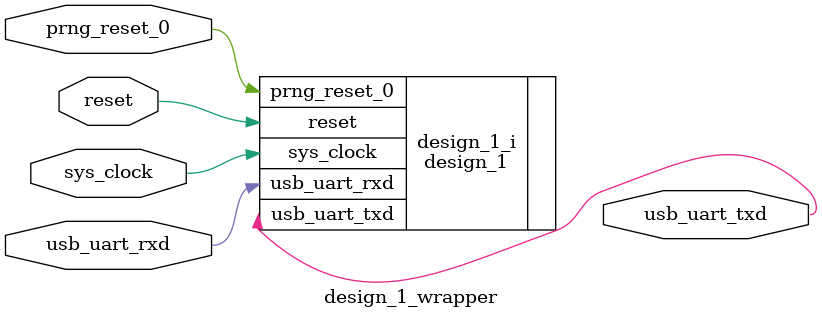
<source format=v>
`timescale 1 ps / 1 ps

module design_1_wrapper
   (prng_reset_0,
    reset,
    sys_clock,
    usb_uart_rxd,
    usb_uart_txd);
  input prng_reset_0;
  input reset;
  input sys_clock;
  input usb_uart_rxd;
  output usb_uart_txd;

  wire prng_reset_0;
  wire reset;
  wire sys_clock;
  wire usb_uart_rxd;
  wire usb_uart_txd;

  design_1 design_1_i
       (.prng_reset_0(prng_reset_0),
        .reset(reset),
        .sys_clock(sys_clock),
        .usb_uart_rxd(usb_uart_rxd),
        .usb_uart_txd(usb_uart_txd));
endmodule

</source>
